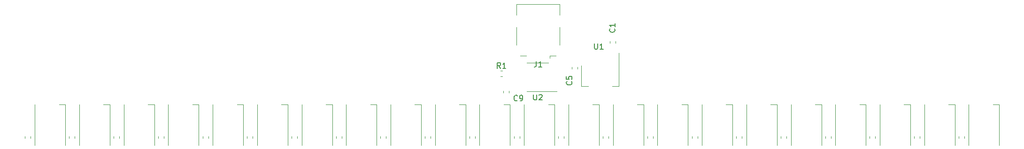
<source format=gbr>
G04 #@! TF.GenerationSoftware,KiCad,Pcbnew,(5.1.2)-2*
G04 #@! TF.CreationDate,2019-12-07T11:30:44-05:00*
G04 #@! TF.ProjectId,LEDsign,4c454473-6967-46e2-9e6b-696361645f70,rev?*
G04 #@! TF.SameCoordinates,Original*
G04 #@! TF.FileFunction,Legend,Top*
G04 #@! TF.FilePolarity,Positive*
%FSLAX46Y46*%
G04 Gerber Fmt 4.6, Leading zero omitted, Abs format (unit mm)*
G04 Created by KiCad (PCBNEW (5.1.2)-2) date 2019-12-07 11:30:44*
%MOMM*%
%LPD*%
G04 APERTURE LIST*
%ADD10C,0.120000*%
%ADD11C,0.150000*%
G04 APERTURE END LIST*
D10*
X157226000Y-70568500D02*
X160676000Y-70568500D01*
X157226000Y-70568500D02*
X155276000Y-70568500D01*
X157226000Y-65448500D02*
X159176000Y-65448500D01*
X157226000Y-65448500D02*
X155276000Y-65448500D01*
X74548500Y-80294500D02*
X74548500Y-72994500D01*
X80048500Y-80294500D02*
X80048500Y-72994500D01*
X80048500Y-72994500D02*
X78898500Y-72994500D01*
X98612500Y-80294500D02*
X98612500Y-72994500D01*
X104112500Y-80294500D02*
X104112500Y-72994500D01*
X104112500Y-72994500D02*
X102962500Y-72994500D01*
X122672500Y-80294500D02*
X122672500Y-72994500D01*
X128172500Y-80294500D02*
X128172500Y-72994500D01*
X128172500Y-72994500D02*
X127022500Y-72994500D01*
X202872500Y-80294500D02*
X202872500Y-72994500D01*
X208372500Y-80294500D02*
X208372500Y-72994500D01*
X208372500Y-72994500D02*
X207222500Y-72994500D01*
X234952500Y-80294500D02*
X234952500Y-72994500D01*
X240452500Y-80294500D02*
X240452500Y-72994500D01*
X240452500Y-72994500D02*
X239302500Y-72994500D01*
X226932500Y-80294500D02*
X226932500Y-72994500D01*
X232432500Y-80294500D02*
X232432500Y-72994500D01*
X232432500Y-72994500D02*
X231282500Y-72994500D01*
X218912500Y-80294500D02*
X218912500Y-72994500D01*
X224412500Y-80294500D02*
X224412500Y-72994500D01*
X224412500Y-72994500D02*
X223262500Y-72994500D01*
X210892500Y-80294500D02*
X210892500Y-72994500D01*
X216392500Y-80294500D02*
X216392500Y-72994500D01*
X216392500Y-72994500D02*
X215242500Y-72994500D01*
X194852500Y-80294500D02*
X194852500Y-72994500D01*
X200352500Y-80294500D02*
X200352500Y-72994500D01*
X200352500Y-72994500D02*
X199202500Y-72994500D01*
X186832500Y-80294500D02*
X186832500Y-72994500D01*
X192332500Y-80294500D02*
X192332500Y-72994500D01*
X192332500Y-72994500D02*
X191182500Y-72994500D01*
X178812500Y-80294500D02*
X178812500Y-72994500D01*
X184312500Y-80294500D02*
X184312500Y-72994500D01*
X184312500Y-72994500D02*
X183162500Y-72994500D01*
X170792500Y-80294500D02*
X170792500Y-72994500D01*
X176292500Y-80294500D02*
X176292500Y-72994500D01*
X176292500Y-72994500D02*
X175142500Y-72994500D01*
X162772500Y-80294500D02*
X162772500Y-72994500D01*
X168272500Y-80294500D02*
X168272500Y-72994500D01*
X168272500Y-72994500D02*
X167122500Y-72994500D01*
X154752500Y-80294500D02*
X154752500Y-72994500D01*
X160252500Y-80294500D02*
X160252500Y-72994500D01*
X160252500Y-72994500D02*
X159102500Y-72994500D01*
X146732500Y-80294500D02*
X146732500Y-72994500D01*
X152232500Y-80294500D02*
X152232500Y-72994500D01*
X152232500Y-72994500D02*
X151082500Y-72994500D01*
X138712500Y-80294500D02*
X138712500Y-72994500D01*
X144212500Y-80294500D02*
X144212500Y-72994500D01*
X144212500Y-72994500D02*
X143062500Y-72994500D01*
X130692500Y-80294500D02*
X130692500Y-72994500D01*
X136192500Y-80294500D02*
X136192500Y-72994500D01*
X136192500Y-72994500D02*
X135042500Y-72994500D01*
X114652500Y-80294500D02*
X114652500Y-72994500D01*
X120152500Y-80294500D02*
X120152500Y-72994500D01*
X120152500Y-72994500D02*
X119002500Y-72994500D01*
X106632500Y-80294500D02*
X106632500Y-72994500D01*
X112132500Y-80294500D02*
X112132500Y-72994500D01*
X112132500Y-72994500D02*
X110982500Y-72994500D01*
X90592500Y-80294500D02*
X90592500Y-72994500D01*
X96092500Y-80294500D02*
X96092500Y-72994500D01*
X96092500Y-72994500D02*
X94942500Y-72994500D01*
X82572500Y-80294500D02*
X82572500Y-72994500D01*
X88072500Y-80294500D02*
X88072500Y-72994500D01*
X88072500Y-72994500D02*
X86922500Y-72994500D01*
X234144500Y-78742221D02*
X234144500Y-79067779D01*
X233124500Y-78742221D02*
X233124500Y-79067779D01*
X226124500Y-78742221D02*
X226124500Y-79067779D01*
X225104500Y-78742221D02*
X225104500Y-79067779D01*
X218104500Y-78742221D02*
X218104500Y-79067779D01*
X217084500Y-78742221D02*
X217084500Y-79067779D01*
X210084500Y-78742221D02*
X210084500Y-79067779D01*
X209064500Y-78742221D02*
X209064500Y-79067779D01*
X202064500Y-78742221D02*
X202064500Y-79067779D01*
X201044500Y-78742221D02*
X201044500Y-79067779D01*
X194044500Y-78742221D02*
X194044500Y-79067779D01*
X193024500Y-78742221D02*
X193024500Y-79067779D01*
X186024500Y-78742221D02*
X186024500Y-79067779D01*
X185004500Y-78742221D02*
X185004500Y-79067779D01*
X178004500Y-78742221D02*
X178004500Y-79067779D01*
X176984500Y-78742221D02*
X176984500Y-79067779D01*
X169984500Y-78742221D02*
X169984500Y-79067779D01*
X168964500Y-78742221D02*
X168964500Y-79067779D01*
X161964500Y-78742221D02*
X161964500Y-79067779D01*
X160944500Y-78742221D02*
X160944500Y-79067779D01*
X153944500Y-78742221D02*
X153944500Y-79067779D01*
X152924500Y-78742221D02*
X152924500Y-79067779D01*
X145924500Y-78742221D02*
X145924500Y-79067779D01*
X144904500Y-78742221D02*
X144904500Y-79067779D01*
X137904500Y-78742221D02*
X137904500Y-79067779D01*
X136884500Y-78742221D02*
X136884500Y-79067779D01*
X129884500Y-78742221D02*
X129884500Y-79067779D01*
X128864500Y-78742221D02*
X128864500Y-79067779D01*
X121864500Y-78742221D02*
X121864500Y-79067779D01*
X120844500Y-78742221D02*
X120844500Y-79067779D01*
X113844500Y-78742221D02*
X113844500Y-79067779D01*
X112824500Y-78742221D02*
X112824500Y-79067779D01*
X105824500Y-78742221D02*
X105824500Y-79067779D01*
X104804500Y-78742221D02*
X104804500Y-79067779D01*
X97804500Y-78742221D02*
X97804500Y-79067779D01*
X96784500Y-78742221D02*
X96784500Y-79067779D01*
X89784500Y-78742221D02*
X89784500Y-79067779D01*
X88764500Y-78742221D02*
X88764500Y-79067779D01*
X81764500Y-78742221D02*
X81764500Y-79067779D01*
X80744500Y-78742221D02*
X80744500Y-79067779D01*
X73744500Y-78742221D02*
X73744500Y-79067779D01*
X72724500Y-78742221D02*
X72724500Y-79067779D01*
X171875500Y-63654500D02*
X171875500Y-69664500D01*
X165055500Y-65904500D02*
X165055500Y-69664500D01*
X171875500Y-69664500D02*
X170615500Y-69664500D01*
X165055500Y-69664500D02*
X166315500Y-69664500D01*
X150522721Y-67883500D02*
X150848279Y-67883500D01*
X150522721Y-66863500D02*
X150848279Y-66863500D01*
X161199500Y-54796000D02*
X161199500Y-56746000D01*
X161199500Y-58966000D02*
X161199500Y-62196000D01*
X160479500Y-64116000D02*
X159399500Y-64116000D01*
X155179500Y-64116000D02*
X154099500Y-64116000D01*
X153379500Y-58966000D02*
X153379500Y-62196000D01*
X153379500Y-54796000D02*
X153379500Y-56746000D01*
X159399500Y-64116000D02*
X159399500Y-64546000D01*
X153379500Y-54796000D02*
X161199500Y-54796000D01*
X72028500Y-72994500D02*
X70878500Y-72994500D01*
X72028500Y-80294500D02*
X72028500Y-72994500D01*
X66528500Y-80294500D02*
X66528500Y-72994500D01*
X151001000Y-70512721D02*
X151001000Y-70838279D01*
X152021000Y-70512721D02*
X152021000Y-70838279D01*
X163383500Y-66194721D02*
X163383500Y-66520279D01*
X164403500Y-66194721D02*
X164403500Y-66520279D01*
X64704500Y-78742221D02*
X64704500Y-79067779D01*
X65724500Y-78742221D02*
X65724500Y-79067779D01*
X171261500Y-61846779D02*
X171261500Y-61521221D01*
X170241500Y-61846779D02*
X170241500Y-61521221D01*
D11*
X156464095Y-71140880D02*
X156464095Y-71950404D01*
X156511714Y-72045642D01*
X156559333Y-72093261D01*
X156654571Y-72140880D01*
X156845047Y-72140880D01*
X156940285Y-72093261D01*
X156987904Y-72045642D01*
X157035523Y-71950404D01*
X157035523Y-71140880D01*
X157464095Y-71236119D02*
X157511714Y-71188500D01*
X157606952Y-71140880D01*
X157845047Y-71140880D01*
X157940285Y-71188500D01*
X157987904Y-71236119D01*
X158035523Y-71331357D01*
X158035523Y-71426595D01*
X157987904Y-71569452D01*
X157416476Y-72140880D01*
X158035523Y-72140880D01*
X167449595Y-61936380D02*
X167449595Y-62745904D01*
X167497214Y-62841142D01*
X167544833Y-62888761D01*
X167640071Y-62936380D01*
X167830547Y-62936380D01*
X167925785Y-62888761D01*
X167973404Y-62841142D01*
X168021023Y-62745904D01*
X168021023Y-61936380D01*
X169021023Y-62936380D02*
X168449595Y-62936380D01*
X168735309Y-62936380D02*
X168735309Y-61936380D01*
X168640071Y-62079238D01*
X168544833Y-62174476D01*
X168449595Y-62222095D01*
X150518833Y-66395880D02*
X150185500Y-65919690D01*
X149947404Y-66395880D02*
X149947404Y-65395880D01*
X150328357Y-65395880D01*
X150423595Y-65443500D01*
X150471214Y-65491119D01*
X150518833Y-65586357D01*
X150518833Y-65729214D01*
X150471214Y-65824452D01*
X150423595Y-65872071D01*
X150328357Y-65919690D01*
X149947404Y-65919690D01*
X151471214Y-66395880D02*
X150899785Y-66395880D01*
X151185500Y-66395880D02*
X151185500Y-65395880D01*
X151090261Y-65538738D01*
X150995023Y-65633976D01*
X150899785Y-65681595D01*
X156956166Y-65158380D02*
X156956166Y-65872666D01*
X156908547Y-66015523D01*
X156813309Y-66110761D01*
X156670452Y-66158380D01*
X156575214Y-66158380D01*
X157956166Y-66158380D02*
X157384738Y-66158380D01*
X157670452Y-66158380D02*
X157670452Y-65158380D01*
X157575214Y-65301238D01*
X157479976Y-65396476D01*
X157384738Y-65444095D01*
X153554133Y-72201042D02*
X153506514Y-72248661D01*
X153363657Y-72296280D01*
X153268419Y-72296280D01*
X153125561Y-72248661D01*
X153030323Y-72153423D01*
X152982704Y-72058185D01*
X152935085Y-71867709D01*
X152935085Y-71724852D01*
X152982704Y-71534376D01*
X153030323Y-71439138D01*
X153125561Y-71343900D01*
X153268419Y-71296280D01*
X153363657Y-71296280D01*
X153506514Y-71343900D01*
X153554133Y-71391519D01*
X154030323Y-72296280D02*
X154220800Y-72296280D01*
X154316038Y-72248661D01*
X154363657Y-72201042D01*
X154458895Y-72058185D01*
X154506514Y-71867709D01*
X154506514Y-71486757D01*
X154458895Y-71391519D01*
X154411276Y-71343900D01*
X154316038Y-71296280D01*
X154125561Y-71296280D01*
X154030323Y-71343900D01*
X153982704Y-71391519D01*
X153935085Y-71486757D01*
X153935085Y-71724852D01*
X153982704Y-71820090D01*
X154030323Y-71867709D01*
X154125561Y-71915328D01*
X154316038Y-71915328D01*
X154411276Y-71867709D01*
X154458895Y-71820090D01*
X154506514Y-71724852D01*
X163298142Y-68784766D02*
X163345761Y-68832385D01*
X163393380Y-68975242D01*
X163393380Y-69070480D01*
X163345761Y-69213338D01*
X163250523Y-69308576D01*
X163155285Y-69356195D01*
X162964809Y-69403814D01*
X162821952Y-69403814D01*
X162631476Y-69356195D01*
X162536238Y-69308576D01*
X162441000Y-69213338D01*
X162393380Y-69070480D01*
X162393380Y-68975242D01*
X162441000Y-68832385D01*
X162488619Y-68784766D01*
X162393380Y-67880004D02*
X162393380Y-68356195D01*
X162869571Y-68403814D01*
X162821952Y-68356195D01*
X162774333Y-68260957D01*
X162774333Y-68022861D01*
X162821952Y-67927623D01*
X162869571Y-67880004D01*
X162964809Y-67832385D01*
X163202904Y-67832385D01*
X163298142Y-67880004D01*
X163345761Y-67927623D01*
X163393380Y-68022861D01*
X163393380Y-68260957D01*
X163345761Y-68356195D01*
X163298142Y-68403814D01*
X171057842Y-59272466D02*
X171105461Y-59320085D01*
X171153080Y-59462942D01*
X171153080Y-59558180D01*
X171105461Y-59701038D01*
X171010223Y-59796276D01*
X170914985Y-59843895D01*
X170724509Y-59891514D01*
X170581652Y-59891514D01*
X170391176Y-59843895D01*
X170295938Y-59796276D01*
X170200700Y-59701038D01*
X170153080Y-59558180D01*
X170153080Y-59462942D01*
X170200700Y-59320085D01*
X170248319Y-59272466D01*
X171153080Y-58320085D02*
X171153080Y-58891514D01*
X171153080Y-58605800D02*
X170153080Y-58605800D01*
X170295938Y-58701038D01*
X170391176Y-58796276D01*
X170438795Y-58891514D01*
M02*

</source>
